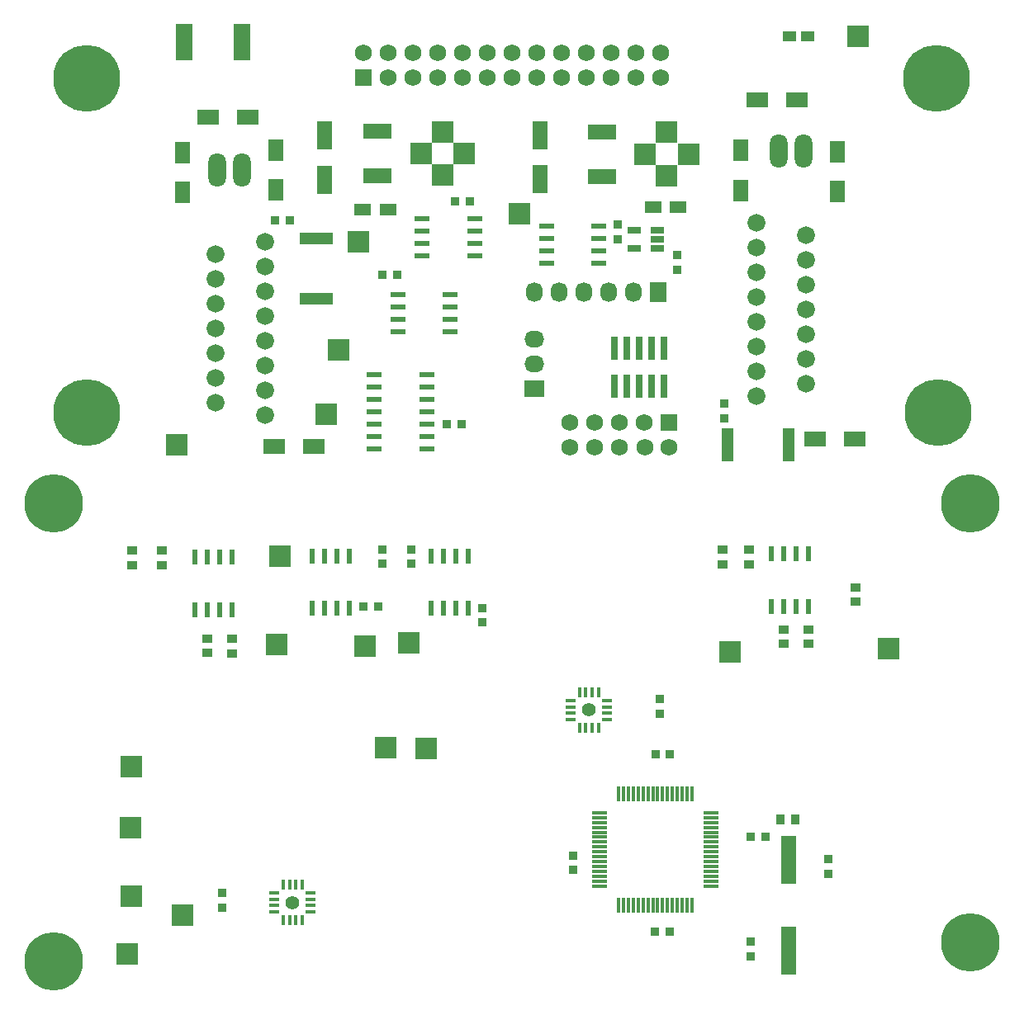
<source format=gts>
%FSLAX34Y34*%
G04 Gerber Fmt 3.4, Leading zero omitted, Abs format*
G04 (created by PCBNEW (2014-02-21 BZR 4712)-product) date Tue 25 Feb 2014 10:55:41 PM PST*
%MOIN*%
G01*
G70*
G90*
G04 APERTURE LIST*
%ADD10C,0.005906*%
%ADD11R,0.062900X0.118100*%
%ADD12R,0.037400X0.035400*%
%ADD13R,0.070800X0.049200*%
%ADD14R,0.035400X0.037400*%
%ADD15R,0.053100X0.041300*%
%ADD16R,0.086600X0.061000*%
%ADD17R,0.061000X0.086600*%
%ADD18R,0.080000X0.068000*%
%ADD19O,0.080000X0.068000*%
%ADD20R,0.068000X0.080000*%
%ADD21O,0.068000X0.080000*%
%ADD22R,0.029921X0.094488*%
%ADD23O,0.070900X0.137800*%
%ADD24R,0.039300X0.033400*%
%ADD25R,0.033400X0.039300*%
%ADD26R,0.045200X0.131800*%
%ADD27R,0.131800X0.045200*%
%ADD28R,0.066900X0.145700*%
%ADD29R,0.061000X0.023600*%
%ADD30R,0.059000X0.011800*%
%ADD31R,0.011800X0.059000*%
%ADD32R,0.052800X0.025900*%
%ADD33R,0.023600X0.061000*%
%ADD34C,0.072000*%
%ADD35R,0.062900X0.192900*%
%ADD36R,0.068000X0.068000*%
%ADD37C,0.068000*%
%ADD38R,0.039300X0.013700*%
%ADD39R,0.013700X0.039300*%
%ADD40R,0.088000X0.088000*%
%ADD41C,0.236200*%
%ADD42C,0.270000*%
%ADD43C,0.055118*%
%ADD44R,0.118100X0.063000*%
%ADD45R,0.087926X0.087926*%
G04 APERTURE END LIST*
G54D10*
G54D11*
X40488Y-24485D03*
X40488Y-26255D03*
G54D12*
X45344Y-47269D03*
X45344Y-47859D03*
G54D13*
X45051Y-27413D03*
X46073Y-27413D03*
G54D14*
X45159Y-49490D03*
X45749Y-49490D03*
X48998Y-52844D03*
X49588Y-52844D03*
G54D12*
X41824Y-53588D03*
X41824Y-54178D03*
G54D14*
X45143Y-56651D03*
X45733Y-56651D03*
G54D12*
X27659Y-55686D03*
X27659Y-55096D03*
X43635Y-28108D03*
X43635Y-28698D03*
X49001Y-57061D03*
X49001Y-57651D03*
X46049Y-29919D03*
X46049Y-29329D03*
X52120Y-53738D03*
X52120Y-54328D03*
G54D11*
X31801Y-24514D03*
X31801Y-26284D03*
G54D13*
X34369Y-27500D03*
X33347Y-27500D03*
G54D14*
X29799Y-27940D03*
X30389Y-27940D03*
G54D12*
X47923Y-35329D03*
X47923Y-35919D03*
G54D14*
X37069Y-27159D03*
X37659Y-27159D03*
X34722Y-30127D03*
X34132Y-30127D03*
X36734Y-36179D03*
X37324Y-36179D03*
G54D12*
X34143Y-41808D03*
X34143Y-41218D03*
X35309Y-41808D03*
X35309Y-41218D03*
G54D15*
X51285Y-20505D03*
X50577Y-20505D03*
G54D16*
X27102Y-23751D03*
X28716Y-23751D03*
G54D17*
X29818Y-26712D03*
X29818Y-25098D03*
G54D16*
X53210Y-36761D03*
X51596Y-36761D03*
G54D17*
X48598Y-26724D03*
X48598Y-25110D03*
X26082Y-25189D03*
X26082Y-26803D03*
G54D16*
X29763Y-37066D03*
X31377Y-37066D03*
G54D17*
X52515Y-26767D03*
X52515Y-25153D03*
G54D16*
X50877Y-23078D03*
X49263Y-23078D03*
G54D18*
X40281Y-34726D03*
G54D19*
X40281Y-33726D03*
X40281Y-32726D03*
G54D20*
X45281Y-30840D03*
G54D21*
X44281Y-30840D03*
X43281Y-30840D03*
X42281Y-30840D03*
X41281Y-30840D03*
X40281Y-30840D03*
G54D22*
X45488Y-33090D03*
X45488Y-34625D03*
X44988Y-33090D03*
X44988Y-34625D03*
X44488Y-33090D03*
X44488Y-34625D03*
X43988Y-33090D03*
X43988Y-34625D03*
X43488Y-33090D03*
X43488Y-34625D03*
G54D23*
X27468Y-25913D03*
X28468Y-25913D03*
X51122Y-25145D03*
X50122Y-25145D03*
G54D24*
X53218Y-42758D03*
X53218Y-43348D03*
G54D25*
X50800Y-52124D03*
X50210Y-52124D03*
G54D24*
X27061Y-45415D03*
X27061Y-44825D03*
X28057Y-45430D03*
X28057Y-44840D03*
X50348Y-45045D03*
X50348Y-44455D03*
X51348Y-45045D03*
X51348Y-44455D03*
X24041Y-41856D03*
X24041Y-41266D03*
X47860Y-41824D03*
X47860Y-41234D03*
X25218Y-41856D03*
X25218Y-41266D03*
X48919Y-41828D03*
X48919Y-41238D03*
G54D26*
X48081Y-36982D03*
X50521Y-36982D03*
G54D27*
X31468Y-28673D03*
X31468Y-31113D03*
G54D28*
X26142Y-20724D03*
X28464Y-20724D03*
G54D29*
X40756Y-28155D03*
X40756Y-28655D03*
X40756Y-29155D03*
X40756Y-29655D03*
X42880Y-29655D03*
X42880Y-29155D03*
X42880Y-28655D03*
X42880Y-28155D03*
G54D30*
X42907Y-51864D03*
X42907Y-52061D03*
X42907Y-52258D03*
X42907Y-52455D03*
X42907Y-52652D03*
X42907Y-52848D03*
X42907Y-53045D03*
X42907Y-53242D03*
X42907Y-53438D03*
X42907Y-53635D03*
X42907Y-53832D03*
X42907Y-54028D03*
X42907Y-54225D03*
X42907Y-54422D03*
X42907Y-54619D03*
X42907Y-54816D03*
G54D31*
X43675Y-55584D03*
X43872Y-55584D03*
X44069Y-55584D03*
X44266Y-55584D03*
X44463Y-55584D03*
X44659Y-55584D03*
X44856Y-55584D03*
X45053Y-55584D03*
X45249Y-55584D03*
X45446Y-55584D03*
X45643Y-55584D03*
X45839Y-55584D03*
X46036Y-55584D03*
X46233Y-55584D03*
X46430Y-55584D03*
X46627Y-55584D03*
G54D30*
X47395Y-54816D03*
X47395Y-54619D03*
X47395Y-54422D03*
X47395Y-54225D03*
X47395Y-54028D03*
X47395Y-53832D03*
X47395Y-53635D03*
X47395Y-53438D03*
X47395Y-53242D03*
X47395Y-53045D03*
X47395Y-52848D03*
X47395Y-52652D03*
X47395Y-52455D03*
X47395Y-52258D03*
X47395Y-52061D03*
X47395Y-51864D03*
G54D31*
X46627Y-51096D03*
X46430Y-51096D03*
X46233Y-51096D03*
X46036Y-51096D03*
X45839Y-51096D03*
X45643Y-51096D03*
X45446Y-51096D03*
X45249Y-51096D03*
X45053Y-51096D03*
X44856Y-51096D03*
X44659Y-51096D03*
X44463Y-51096D03*
X44266Y-51096D03*
X44069Y-51096D03*
X43872Y-51096D03*
X43675Y-51096D03*
G54D32*
X45250Y-29070D03*
X45250Y-28696D03*
X45250Y-28322D03*
X44300Y-28322D03*
X44300Y-29070D03*
G54D33*
X31314Y-43611D03*
X31814Y-43611D03*
X32314Y-43611D03*
X32814Y-43611D03*
X32814Y-41487D03*
X32314Y-41487D03*
X31814Y-41487D03*
X31314Y-41487D03*
X36114Y-43611D03*
X36614Y-43611D03*
X37114Y-43611D03*
X37614Y-43611D03*
X37614Y-41487D03*
X37114Y-41487D03*
X36614Y-41487D03*
X36114Y-41487D03*
G54D34*
X27389Y-32299D03*
X29389Y-31799D03*
X27389Y-31299D03*
X29389Y-30799D03*
X27389Y-30299D03*
X29389Y-29799D03*
X27389Y-29299D03*
X29389Y-28799D03*
X29389Y-35799D03*
X27389Y-35299D03*
X29389Y-34799D03*
X27389Y-34299D03*
X29389Y-33799D03*
X27389Y-33299D03*
X29389Y-32799D03*
X51244Y-31523D03*
X49244Y-32023D03*
X51244Y-32523D03*
X49244Y-33023D03*
X51244Y-33523D03*
X49244Y-34023D03*
X51244Y-34523D03*
X49244Y-35023D03*
X49244Y-28023D03*
X51244Y-28523D03*
X49244Y-29023D03*
X51244Y-29523D03*
X49244Y-30023D03*
X51244Y-30523D03*
X49244Y-31023D03*
G54D29*
X34758Y-30929D03*
X34758Y-31429D03*
X34758Y-31929D03*
X34758Y-32429D03*
X36882Y-32429D03*
X36882Y-31929D03*
X36882Y-31429D03*
X36882Y-30929D03*
G54D35*
X50549Y-57418D03*
X50549Y-53758D03*
G54D29*
X33813Y-34155D03*
X33813Y-34655D03*
X33813Y-35155D03*
X33813Y-35655D03*
X33813Y-36155D03*
X33813Y-36655D03*
X33813Y-37155D03*
X35937Y-37155D03*
X35937Y-36655D03*
X35937Y-36155D03*
X35937Y-35655D03*
X35937Y-35155D03*
X35937Y-34655D03*
X35937Y-34155D03*
X37855Y-29354D03*
X37855Y-28854D03*
X37855Y-28354D03*
X37855Y-27854D03*
X35731Y-27854D03*
X35731Y-28354D03*
X35731Y-28854D03*
X35731Y-29354D03*
G54D36*
X45700Y-36114D03*
G54D37*
X45700Y-37114D03*
X44700Y-36114D03*
X44724Y-37102D03*
X43700Y-36114D03*
X43700Y-37114D03*
X42700Y-36114D03*
X42700Y-37114D03*
X41700Y-36114D03*
X41700Y-37114D03*
G54D33*
X26559Y-43658D03*
X27059Y-43658D03*
X27559Y-43658D03*
X28059Y-43658D03*
X28059Y-41534D03*
X27559Y-41534D03*
X27059Y-41534D03*
X26559Y-41534D03*
X49850Y-43520D03*
X50350Y-43520D03*
X50850Y-43520D03*
X51350Y-43520D03*
X51350Y-41396D03*
X50850Y-41396D03*
X50350Y-41396D03*
X49850Y-41396D03*
G54D38*
X31239Y-55865D03*
X31239Y-55609D03*
X31239Y-55355D03*
X31239Y-55099D03*
G54D39*
X30894Y-54754D03*
X30638Y-54754D03*
X30384Y-54754D03*
X30128Y-54754D03*
G54D38*
X29783Y-55099D03*
X29783Y-55355D03*
X29783Y-55609D03*
X29783Y-55865D03*
G54D39*
X30128Y-56210D03*
X30384Y-56210D03*
X30638Y-56210D03*
X30894Y-56210D03*
G54D38*
X41748Y-47329D03*
X41748Y-47585D03*
X41748Y-47839D03*
X41748Y-48095D03*
G54D39*
X42093Y-48440D03*
X42349Y-48440D03*
X42603Y-48440D03*
X42859Y-48440D03*
G54D38*
X43204Y-48095D03*
X43204Y-47839D03*
X43204Y-47585D03*
X43204Y-47329D03*
G54D39*
X42859Y-46984D03*
X42603Y-46984D03*
X42349Y-46984D03*
X42093Y-46984D03*
G54D40*
X39655Y-27655D03*
X48151Y-45379D03*
X54564Y-45218D03*
X31883Y-35769D03*
X25840Y-37001D03*
X53340Y-20509D03*
X35210Y-45009D03*
X33423Y-45116D03*
X30005Y-41494D03*
X33167Y-28801D03*
X32360Y-33175D03*
X29875Y-45076D03*
X35899Y-49269D03*
X34257Y-49246D03*
X26068Y-55990D03*
X24001Y-55230D03*
X23848Y-57580D03*
X24009Y-49990D03*
X23958Y-52458D03*
G54D14*
X33958Y-43545D03*
X33368Y-43545D03*
G54D12*
X38171Y-43584D03*
X38171Y-44174D03*
G54D41*
X57874Y-57086D03*
X57874Y-39370D03*
X20866Y-39370D03*
X20866Y-57874D03*
G54D42*
X56555Y-35688D03*
X56515Y-22185D03*
X22185Y-35688D03*
X22185Y-22185D03*
G54D43*
X42476Y-47712D03*
X30511Y-55482D03*
G54D36*
X33370Y-22153D03*
G54D37*
X34370Y-22153D03*
X35370Y-22153D03*
X36370Y-22153D03*
X37370Y-22153D03*
X38370Y-22153D03*
X39370Y-22153D03*
X40370Y-22153D03*
X41370Y-22153D03*
X42370Y-22153D03*
X43370Y-22153D03*
X44370Y-22153D03*
X45370Y-22153D03*
X45370Y-21153D03*
X44370Y-21153D03*
X43370Y-21153D03*
X42370Y-21153D03*
X41370Y-21153D03*
X40370Y-21153D03*
X39370Y-21153D03*
X38370Y-21153D03*
X37370Y-21153D03*
X36370Y-21153D03*
X35370Y-21153D03*
X34370Y-21153D03*
X33370Y-21153D03*
G54D44*
X42988Y-24349D03*
X42988Y-26161D03*
G54D45*
X45606Y-24376D03*
X45606Y-26135D03*
X46485Y-25255D03*
X44726Y-25255D03*
G54D44*
X33946Y-24324D03*
X33946Y-26136D03*
G54D45*
X36564Y-24351D03*
X36564Y-26109D03*
X37444Y-25230D03*
X35685Y-25230D03*
M02*

</source>
